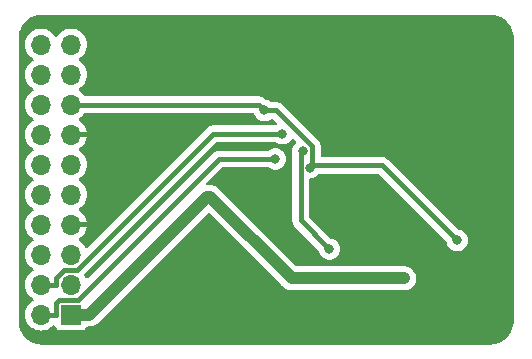
<source format=gbr>
G04 #@! TF.GenerationSoftware,KiCad,Pcbnew,8.0.0-rc2-192-gade987c101*
G04 #@! TF.CreationDate,2024-01-30T18:43:20+01:00*
G04 #@! TF.ProjectId,xDuinoRail-Breakout-RailcomDetect,78447569-6e6f-4526-9169-6c2d42726561,rev?*
G04 #@! TF.SameCoordinates,Original*
G04 #@! TF.FileFunction,Copper,L2,Bot*
G04 #@! TF.FilePolarity,Positive*
%FSLAX46Y46*%
G04 Gerber Fmt 4.6, Leading zero omitted, Abs format (unit mm)*
G04 Created by KiCad (PCBNEW 8.0.0-rc2-192-gade987c101) date 2024-01-30 18:43:20*
%MOMM*%
%LPD*%
G01*
G04 APERTURE LIST*
G04 #@! TA.AperFunction,ComponentPad*
%ADD10R,1.700000X1.700000*%
G04 #@! TD*
G04 #@! TA.AperFunction,ComponentPad*
%ADD11O,1.700000X1.700000*%
G04 #@! TD*
G04 #@! TA.AperFunction,ViaPad*
%ADD12C,0.800000*%
G04 #@! TD*
G04 #@! TA.AperFunction,Conductor*
%ADD13C,0.400000*%
G04 #@! TD*
G04 #@! TA.AperFunction,Conductor*
%ADD14C,1.000000*%
G04 #@! TD*
G04 APERTURE END LIST*
D10*
G04 #@! TO.P,J101,1,Pin_1*
G04 #@! TO.N,/TRACK_B0*
X140970000Y-113665000D03*
D11*
G04 #@! TO.P,J101,2,Pin_2*
G04 #@! TO.N,/RAILCOM1*
X138430000Y-113665000D03*
G04 #@! TO.P,J101,3,Pin_3*
G04 #@! TO.N,/TRACK_A0*
X140970000Y-111125000D03*
G04 #@! TO.P,J101,4,Pin_4*
G04 #@! TO.N,/RAILCOM0*
X138430000Y-111125000D03*
G04 #@! TO.P,J101,5,Pin_5*
G04 #@! TO.N,unconnected-(J101-Pin_5-Pad5)*
X140970000Y-108585000D03*
G04 #@! TO.P,J101,6,Pin_6*
G04 #@! TO.N,unconnected-(J101-Pin_6-Pad6)*
X138430000Y-108585000D03*
G04 #@! TO.P,J101,7,Pin_7*
G04 #@! TO.N,GND*
X140970000Y-106045000D03*
G04 #@! TO.P,J101,8,Pin_8*
G04 #@! TO.N,unconnected-(J101-Pin_8-Pad8)*
X138430000Y-106045000D03*
G04 #@! TO.P,J101,9,Pin_9*
G04 #@! TO.N,unconnected-(J101-Pin_9-Pad9)*
X140970000Y-103505000D03*
G04 #@! TO.P,J101,10,Pin_10*
G04 #@! TO.N,unconnected-(J101-Pin_10-Pad10)*
X138430000Y-103505000D03*
G04 #@! TO.P,J101,11,Pin_11*
G04 #@! TO.N,unconnected-(J101-Pin_11-Pad11)*
X140970000Y-100965000D03*
G04 #@! TO.P,J101,12,Pin_12*
G04 #@! TO.N,unconnected-(J101-Pin_12-Pad12)*
X138430000Y-100965000D03*
G04 #@! TO.P,J101,13,Pin_13*
G04 #@! TO.N,GND*
X140970000Y-98425000D03*
G04 #@! TO.P,J101,14,Pin_14*
G04 #@! TO.N,unconnected-(J101-Pin_14-Pad14)*
X138430000Y-98425000D03*
G04 #@! TO.P,J101,15,Pin_15*
G04 #@! TO.N,+3V3*
X140970000Y-95885000D03*
G04 #@! TO.P,J101,16,Pin_16*
G04 #@! TO.N,unconnected-(J101-Pin_16-Pad16)*
X138430000Y-95885000D03*
G04 #@! TO.P,J101,17,Pin_17*
G04 #@! TO.N,/DCC0*
X140970000Y-93345000D03*
G04 #@! TO.P,J101,18,Pin_18*
G04 #@! TO.N,unconnected-(J101-Pin_18-Pad18)*
X138430000Y-93345000D03*
G04 #@! TO.P,J101,19,Pin_19*
G04 #@! TO.N,/DCC1*
X140970000Y-90805000D03*
G04 #@! TO.P,J101,20,Pin_20*
G04 #@! TO.N,unconnected-(J101-Pin_20-Pad20)*
X138430000Y-90805000D03*
G04 #@! TD*
D12*
G04 #@! TO.N,/RAILCOM0*
X158858500Y-98355500D03*
G04 #@! TO.N,GND*
X157480000Y-93440300D03*
X175647800Y-114253200D03*
X174588900Y-105410000D03*
X168563900Y-97014200D03*
G04 #@! TO.N,/RAILCOM1*
X158273000Y-100495200D03*
G04 #@! TO.N,+3V3*
X173663800Y-107391900D03*
X161208500Y-101219600D03*
X157343600Y-96388100D03*
G04 #@! TO.N,/centrale-railcom-feedback/central_railcom-detector/RAILCOM_B0*
X162842000Y-108129300D03*
X160593900Y-99837400D03*
G04 #@! TO.N,/TRACK_B0*
X152746600Y-103709200D03*
X169176700Y-110597200D03*
G04 #@! TD*
D13*
G04 #@! TO.N,/RAILCOM0*
X139681700Y-110577300D02*
X140385700Y-109873300D01*
X138430000Y-111125000D02*
X139681700Y-111125000D01*
X140385700Y-109873300D02*
X141493000Y-109873300D01*
X139681700Y-111125000D02*
X139681700Y-110577300D01*
X153010800Y-98355500D02*
X158858500Y-98355500D01*
X141493000Y-109873300D02*
X153010800Y-98355500D01*
G04 #@! TO.N,/RAILCOM1*
X141534100Y-112413300D02*
X153452200Y-100495200D01*
X139681700Y-113665000D02*
X139681700Y-112648000D01*
X139916400Y-112413300D02*
X141534100Y-112413300D01*
X139681700Y-112648000D02*
X139916400Y-112413300D01*
X138430000Y-113665000D02*
X139681700Y-113665000D01*
X153452200Y-100495200D02*
X158273000Y-100495200D01*
G04 #@! TO.N,+3V3*
X161396700Y-99427800D02*
X161396700Y-101031400D01*
X140970000Y-95885000D02*
X156840500Y-95885000D01*
X157343600Y-96388100D02*
X158357000Y-96388100D01*
X158357000Y-96388100D02*
X161396700Y-99427800D01*
X167303300Y-101031400D02*
X161396700Y-101031400D01*
X156840500Y-95885000D02*
X157343600Y-96388100D01*
X161396700Y-101031400D02*
X161208500Y-101219600D01*
X173663800Y-107391900D02*
X167303300Y-101031400D01*
G04 #@! TO.N,/centrale-railcom-feedback/central_railcom-detector/RAILCOM_B0*
X160406800Y-105694100D02*
X162842000Y-108129300D01*
X160406800Y-100024500D02*
X160406800Y-105694100D01*
X160593900Y-99837400D02*
X160406800Y-100024500D01*
D14*
G04 #@! TO.N,/TRACK_B0*
X159634600Y-110597200D02*
X169176700Y-110597200D01*
X152477500Y-103709200D02*
X152746600Y-103709200D01*
X140970000Y-113665000D02*
X142521700Y-113665000D01*
X152746600Y-103709200D02*
X159634600Y-110597200D01*
X142521700Y-113665000D02*
X152477500Y-103709200D01*
G04 #@! TD*
G04 #@! TA.AperFunction,Conductor*
G04 #@! TO.N,GND*
G36*
X156437845Y-96605185D02*
G01*
X156483600Y-96657989D01*
X156488737Y-96671182D01*
X156516418Y-96756378D01*
X156516421Y-96756384D01*
X156611067Y-96920316D01*
X156730919Y-97053425D01*
X156737729Y-97060988D01*
X156890865Y-97172248D01*
X156890870Y-97172251D01*
X157063792Y-97249242D01*
X157063797Y-97249244D01*
X157248954Y-97288600D01*
X157248955Y-97288600D01*
X157438244Y-97288600D01*
X157438246Y-97288600D01*
X157623403Y-97249244D01*
X157796330Y-97172251D01*
X157820074Y-97155000D01*
X157878871Y-97112282D01*
X157944677Y-97088802D01*
X157951756Y-97088600D01*
X158015481Y-97088600D01*
X158082520Y-97108285D01*
X158103162Y-97124919D01*
X158386409Y-97408166D01*
X158419894Y-97469489D01*
X158414910Y-97539181D01*
X158373038Y-97595114D01*
X158371613Y-97596165D01*
X158323229Y-97631318D01*
X158257423Y-97654798D01*
X158250344Y-97655000D01*
X152941804Y-97655000D01*
X152806477Y-97681918D01*
X152806467Y-97681921D01*
X152678992Y-97734722D01*
X152564254Y-97811387D01*
X142372432Y-108003209D01*
X142311109Y-108036694D01*
X142241417Y-108031710D01*
X142185484Y-107989838D01*
X142172369Y-107967933D01*
X142144035Y-107907171D01*
X142144034Y-107907169D01*
X142008494Y-107713597D01*
X141841402Y-107546506D01*
X141841401Y-107546505D01*
X141655405Y-107416269D01*
X141611781Y-107361692D01*
X141604588Y-107292193D01*
X141636110Y-107229839D01*
X141655405Y-107213119D01*
X141841082Y-107083105D01*
X142008105Y-106916082D01*
X142143600Y-106722578D01*
X142243429Y-106508492D01*
X142243432Y-106508486D01*
X142300636Y-106295000D01*
X141403012Y-106295000D01*
X141435925Y-106237993D01*
X141470000Y-106110826D01*
X141470000Y-105979174D01*
X141435925Y-105852007D01*
X141403012Y-105795000D01*
X142300636Y-105795000D01*
X142300635Y-105794999D01*
X142243432Y-105581513D01*
X142243429Y-105581507D01*
X142143600Y-105367422D01*
X142143599Y-105367420D01*
X142008113Y-105173926D01*
X142008108Y-105173920D01*
X141841078Y-105006890D01*
X141655405Y-104876879D01*
X141611780Y-104822302D01*
X141604588Y-104752804D01*
X141636110Y-104690449D01*
X141655406Y-104673730D01*
X141655842Y-104673425D01*
X141841401Y-104543495D01*
X142008495Y-104376401D01*
X142144035Y-104182830D01*
X142243903Y-103968663D01*
X142305063Y-103740408D01*
X142325659Y-103505000D01*
X142305063Y-103269592D01*
X142243903Y-103041337D01*
X142144035Y-102827171D01*
X142138425Y-102819158D01*
X142008494Y-102633597D01*
X141841402Y-102466506D01*
X141841396Y-102466501D01*
X141655842Y-102336575D01*
X141612217Y-102281998D01*
X141605023Y-102212500D01*
X141636546Y-102150145D01*
X141655842Y-102133425D01*
X141841035Y-102003751D01*
X141841401Y-102003495D01*
X142008495Y-101836401D01*
X142144035Y-101642830D01*
X142243903Y-101428663D01*
X142305063Y-101200408D01*
X142325659Y-100965000D01*
X142305063Y-100729592D01*
X142243903Y-100501337D01*
X142144035Y-100287171D01*
X142138425Y-100279158D01*
X142008494Y-100093597D01*
X141841402Y-99926506D01*
X141841401Y-99926505D01*
X141655405Y-99796269D01*
X141611781Y-99741692D01*
X141604588Y-99672193D01*
X141636110Y-99609839D01*
X141655405Y-99593119D01*
X141841082Y-99463105D01*
X142008105Y-99296082D01*
X142143600Y-99102578D01*
X142243429Y-98888492D01*
X142243432Y-98888486D01*
X142300636Y-98675000D01*
X141403012Y-98675000D01*
X141435925Y-98617993D01*
X141470000Y-98490826D01*
X141470000Y-98359174D01*
X141435925Y-98232007D01*
X141403012Y-98175000D01*
X142300636Y-98175000D01*
X142300635Y-98174999D01*
X142243432Y-97961513D01*
X142243429Y-97961507D01*
X142143600Y-97747422D01*
X142143599Y-97747420D01*
X142008113Y-97553926D01*
X142008108Y-97553920D01*
X141841078Y-97386890D01*
X141655405Y-97256879D01*
X141611780Y-97202302D01*
X141604588Y-97132804D01*
X141636110Y-97070449D01*
X141655406Y-97053730D01*
X141655842Y-97053425D01*
X141841401Y-96923495D01*
X142008495Y-96756401D01*
X142091136Y-96638376D01*
X142145713Y-96594752D01*
X142192711Y-96585500D01*
X156370806Y-96585500D01*
X156437845Y-96605185D01*
G37*
G04 #@! TD.AperFunction*
G04 #@! TA.AperFunction,Conductor*
G36*
X176436121Y-88265020D02*
G01*
X176570109Y-88267409D01*
X176585528Y-88268650D01*
X176851897Y-88306948D01*
X176869184Y-88310708D01*
X177126313Y-88386209D01*
X177142887Y-88392391D01*
X177252159Y-88442293D01*
X177386659Y-88503717D01*
X177402173Y-88512188D01*
X177627628Y-88657080D01*
X177641787Y-88667679D01*
X177844317Y-88843172D01*
X177856827Y-88855682D01*
X178032320Y-89058212D01*
X178042921Y-89072374D01*
X178187808Y-89297821D01*
X178196284Y-89313345D01*
X178307608Y-89557112D01*
X178313791Y-89573688D01*
X178389290Y-89830814D01*
X178393051Y-89848102D01*
X178431348Y-90114463D01*
X178432590Y-90129898D01*
X178434980Y-90263877D01*
X178435000Y-90266089D01*
X178435000Y-114203910D01*
X178434980Y-114206122D01*
X178432590Y-114340101D01*
X178431348Y-114355536D01*
X178393051Y-114621897D01*
X178389290Y-114639185D01*
X178313791Y-114896311D01*
X178307608Y-114912887D01*
X178196284Y-115156654D01*
X178187805Y-115172183D01*
X178042922Y-115397624D01*
X178032320Y-115411787D01*
X177856827Y-115614317D01*
X177844317Y-115626827D01*
X177641787Y-115802320D01*
X177627624Y-115812922D01*
X177402183Y-115957805D01*
X177386654Y-115966284D01*
X177142887Y-116077608D01*
X177126311Y-116083791D01*
X176869185Y-116159290D01*
X176851897Y-116163051D01*
X176585536Y-116201348D01*
X176570101Y-116202590D01*
X176439818Y-116204914D01*
X176436120Y-116204980D01*
X176433910Y-116205000D01*
X138526090Y-116205000D01*
X138523879Y-116204980D01*
X138520015Y-116204911D01*
X138389898Y-116202590D01*
X138374463Y-116201348D01*
X138108102Y-116163051D01*
X138090814Y-116159290D01*
X137833688Y-116083791D01*
X137817112Y-116077608D01*
X137573345Y-115966284D01*
X137557821Y-115957808D01*
X137332374Y-115812921D01*
X137318212Y-115802320D01*
X137115682Y-115626827D01*
X137103172Y-115614317D01*
X136927679Y-115411787D01*
X136917077Y-115397624D01*
X136772188Y-115172173D01*
X136763715Y-115156654D01*
X136652391Y-114912887D01*
X136646208Y-114896311D01*
X136639229Y-114872544D01*
X136570708Y-114639184D01*
X136566948Y-114621897D01*
X136557052Y-114553068D01*
X136528650Y-114355528D01*
X136527409Y-114340109D01*
X136525020Y-114206121D01*
X136525000Y-114203910D01*
X136525000Y-113665000D01*
X137074341Y-113665000D01*
X137094936Y-113900403D01*
X137094938Y-113900413D01*
X137156094Y-114128655D01*
X137156096Y-114128659D01*
X137156097Y-114128663D01*
X137192217Y-114206122D01*
X137255965Y-114342830D01*
X137255967Y-114342834D01*
X137325502Y-114442139D01*
X137391505Y-114536401D01*
X137558599Y-114703495D01*
X137655384Y-114771265D01*
X137752165Y-114839032D01*
X137752167Y-114839033D01*
X137752170Y-114839035D01*
X137966337Y-114938903D01*
X138194592Y-115000063D01*
X138371034Y-115015500D01*
X138429999Y-115020659D01*
X138430000Y-115020659D01*
X138430001Y-115020659D01*
X138488966Y-115015500D01*
X138665408Y-115000063D01*
X138893663Y-114938903D01*
X139107830Y-114839035D01*
X139301401Y-114703495D01*
X139423329Y-114581566D01*
X139484648Y-114548084D01*
X139554340Y-114553068D01*
X139610274Y-114594939D01*
X139627189Y-114625917D01*
X139676202Y-114757328D01*
X139676206Y-114757335D01*
X139762452Y-114872544D01*
X139762455Y-114872547D01*
X139877664Y-114958793D01*
X139877671Y-114958797D01*
X140012517Y-115009091D01*
X140012516Y-115009091D01*
X140019444Y-115009835D01*
X140072127Y-115015500D01*
X141867872Y-115015499D01*
X141927483Y-115009091D01*
X142062331Y-114958796D01*
X142177546Y-114872546D01*
X142263796Y-114757331D01*
X142267960Y-114746165D01*
X142309829Y-114690234D01*
X142375293Y-114665816D01*
X142384141Y-114665500D01*
X142620242Y-114665500D01*
X142639570Y-114661655D01*
X142716888Y-114646275D01*
X142813536Y-114627051D01*
X142866865Y-114604961D01*
X142995614Y-114551632D01*
X143159482Y-114442139D01*
X143298839Y-114302782D01*
X143298839Y-114302780D01*
X143309047Y-114292573D01*
X143309048Y-114292570D01*
X152524372Y-105077247D01*
X152585691Y-105043765D01*
X152655383Y-105048749D01*
X152699730Y-105077250D01*
X158854335Y-111231855D01*
X158854364Y-111231886D01*
X158996814Y-111374336D01*
X158996818Y-111374339D01*
X159160679Y-111483828D01*
X159160692Y-111483835D01*
X159289433Y-111537161D01*
X159342759Y-111559249D01*
X159342764Y-111559251D01*
X159404555Y-111571542D01*
X159437431Y-111578081D01*
X159536056Y-111597700D01*
X159536059Y-111597700D01*
X169275243Y-111597700D01*
X169406750Y-111571541D01*
X169468535Y-111559251D01*
X169650614Y-111483832D01*
X169814482Y-111374339D01*
X169953839Y-111234982D01*
X170063332Y-111071114D01*
X170138751Y-110889035D01*
X170177200Y-110695741D01*
X170177200Y-110498659D01*
X170177200Y-110498656D01*
X170138752Y-110305370D01*
X170138751Y-110305369D01*
X170138751Y-110305365D01*
X170138749Y-110305360D01*
X170063335Y-110123292D01*
X170063328Y-110123279D01*
X169953839Y-109959418D01*
X169953836Y-109959414D01*
X169814485Y-109820063D01*
X169814481Y-109820060D01*
X169650620Y-109710571D01*
X169650607Y-109710564D01*
X169468539Y-109635150D01*
X169468529Y-109635147D01*
X169275243Y-109596700D01*
X169275241Y-109596700D01*
X160100382Y-109596700D01*
X160033343Y-109577015D01*
X160012701Y-109560381D01*
X153528079Y-103075759D01*
X153528059Y-103075737D01*
X153384385Y-102932063D01*
X153384381Y-102932060D01*
X153220520Y-102822571D01*
X153220511Y-102822566D01*
X153137283Y-102788092D01*
X153091765Y-102769238D01*
X153065100Y-102758193D01*
X153038437Y-102747149D01*
X153038433Y-102747148D01*
X152941469Y-102727861D01*
X152909359Y-102721474D01*
X152845143Y-102708700D01*
X152845141Y-102708700D01*
X152576040Y-102708700D01*
X152528718Y-102708700D01*
X152461679Y-102689015D01*
X152415924Y-102636211D01*
X152405980Y-102567053D01*
X152435005Y-102503497D01*
X152441037Y-102497019D01*
X153045569Y-101892488D01*
X153706038Y-101232019D01*
X153767361Y-101198534D01*
X153793719Y-101195700D01*
X157664844Y-101195700D01*
X157731883Y-101215385D01*
X157737729Y-101219382D01*
X157820265Y-101279348D01*
X157820270Y-101279351D01*
X157993192Y-101356342D01*
X157993197Y-101356344D01*
X158178354Y-101395700D01*
X158178355Y-101395700D01*
X158367644Y-101395700D01*
X158367646Y-101395700D01*
X158552803Y-101356344D01*
X158725730Y-101279351D01*
X158878871Y-101168088D01*
X159005533Y-101027416D01*
X159100179Y-100863484D01*
X159158674Y-100683456D01*
X159178460Y-100495200D01*
X159158674Y-100306944D01*
X159100179Y-100126916D01*
X159005533Y-99962984D01*
X158878871Y-99822312D01*
X158843026Y-99796269D01*
X158725734Y-99711051D01*
X158725729Y-99711048D01*
X158552807Y-99634057D01*
X158552802Y-99634055D01*
X158407001Y-99603065D01*
X158367646Y-99594700D01*
X158178354Y-99594700D01*
X158145897Y-99601598D01*
X157993197Y-99634055D01*
X157993192Y-99634057D01*
X157820270Y-99711048D01*
X157820265Y-99711051D01*
X157737729Y-99771018D01*
X157671923Y-99794498D01*
X157664844Y-99794700D01*
X153383204Y-99794700D01*
X153247877Y-99821618D01*
X153247867Y-99821621D01*
X153120392Y-99874422D01*
X153005654Y-99951087D01*
X142385502Y-110571239D01*
X142324179Y-110604724D01*
X142254487Y-110599740D01*
X142198554Y-110557868D01*
X142185439Y-110535962D01*
X142144037Y-110447175D01*
X142144033Y-110447167D01*
X142107242Y-110394625D01*
X142084914Y-110328419D01*
X142101924Y-110260652D01*
X142121131Y-110235824D01*
X153264638Y-99092319D01*
X153325961Y-99058834D01*
X153352319Y-99056000D01*
X158250344Y-99056000D01*
X158317383Y-99075685D01*
X158323229Y-99079682D01*
X158405765Y-99139648D01*
X158405770Y-99139651D01*
X158578692Y-99216642D01*
X158578697Y-99216644D01*
X158763854Y-99256000D01*
X158763855Y-99256000D01*
X158953144Y-99256000D01*
X158953146Y-99256000D01*
X159138303Y-99216644D01*
X159311230Y-99139651D01*
X159464371Y-99028388D01*
X159591033Y-98887716D01*
X159610863Y-98853368D01*
X159661429Y-98805154D01*
X159730036Y-98791930D01*
X159794901Y-98817898D01*
X159805931Y-98827688D01*
X159978131Y-98999888D01*
X160011616Y-99061211D01*
X160006632Y-99130903D01*
X159982600Y-99170541D01*
X159861366Y-99305185D01*
X159766721Y-99469115D01*
X159766718Y-99469122D01*
X159713128Y-99634056D01*
X159708226Y-99649144D01*
X159692949Y-99794498D01*
X159688440Y-99837400D01*
X159705621Y-100000869D01*
X159706300Y-100013830D01*
X159706300Y-105625106D01*
X159706300Y-105763094D01*
X159706300Y-105763096D01*
X159706299Y-105763096D01*
X159733218Y-105898422D01*
X159733221Y-105898432D01*
X159786022Y-106025907D01*
X159862687Y-106140645D01*
X159862688Y-106140646D01*
X161915495Y-108193452D01*
X161948980Y-108254775D01*
X161951134Y-108268169D01*
X161956325Y-108317549D01*
X161956327Y-108317560D01*
X162014818Y-108497577D01*
X162014821Y-108497584D01*
X162109467Y-108661516D01*
X162236129Y-108802188D01*
X162389265Y-108913448D01*
X162389270Y-108913451D01*
X162562192Y-108990442D01*
X162562197Y-108990444D01*
X162747354Y-109029800D01*
X162747355Y-109029800D01*
X162936644Y-109029800D01*
X162936646Y-109029800D01*
X163121803Y-108990444D01*
X163294730Y-108913451D01*
X163447871Y-108802188D01*
X163574533Y-108661516D01*
X163669179Y-108497584D01*
X163727674Y-108317556D01*
X163747460Y-108129300D01*
X163727674Y-107941044D01*
X163669179Y-107761016D01*
X163574533Y-107597084D01*
X163447871Y-107456412D01*
X163447870Y-107456411D01*
X163294734Y-107345151D01*
X163294729Y-107345148D01*
X163121807Y-107268157D01*
X163121802Y-107268155D01*
X162985490Y-107239182D01*
X162966872Y-107235224D01*
X162905391Y-107202033D01*
X162904973Y-107201616D01*
X161143619Y-105440262D01*
X161110134Y-105378939D01*
X161107300Y-105352581D01*
X161107300Y-102244100D01*
X161126985Y-102177061D01*
X161179789Y-102131306D01*
X161231300Y-102120100D01*
X161303144Y-102120100D01*
X161303146Y-102120100D01*
X161488303Y-102080744D01*
X161661230Y-102003751D01*
X161814371Y-101892488D01*
X161922024Y-101772928D01*
X161981511Y-101736279D01*
X162014174Y-101731900D01*
X166961781Y-101731900D01*
X167028820Y-101751585D01*
X167049462Y-101768219D01*
X172737295Y-107456051D01*
X172770780Y-107517374D01*
X172772934Y-107530768D01*
X172778125Y-107580149D01*
X172778127Y-107580160D01*
X172836618Y-107760177D01*
X172836621Y-107760184D01*
X172931267Y-107924116D01*
X173032633Y-108036694D01*
X173057929Y-108064788D01*
X173211065Y-108176048D01*
X173211070Y-108176051D01*
X173383992Y-108253042D01*
X173383997Y-108253044D01*
X173569154Y-108292400D01*
X173569155Y-108292400D01*
X173758444Y-108292400D01*
X173758446Y-108292400D01*
X173943603Y-108253044D01*
X174116530Y-108176051D01*
X174269671Y-108064788D01*
X174396333Y-107924116D01*
X174490979Y-107760184D01*
X174549474Y-107580156D01*
X174569260Y-107391900D01*
X174549474Y-107203644D01*
X174490979Y-107023616D01*
X174396333Y-106859684D01*
X174269671Y-106719012D01*
X174225309Y-106686781D01*
X174116534Y-106607751D01*
X174116529Y-106607748D01*
X173943607Y-106530757D01*
X173943602Y-106530755D01*
X173788671Y-106497824D01*
X173727189Y-106464632D01*
X173726771Y-106464215D01*
X167749846Y-100487288D01*
X167749845Y-100487287D01*
X167635107Y-100410622D01*
X167507632Y-100357821D01*
X167507622Y-100357818D01*
X167372296Y-100330900D01*
X167372294Y-100330900D01*
X167372293Y-100330900D01*
X162221200Y-100330900D01*
X162154161Y-100311215D01*
X162108406Y-100258411D01*
X162097200Y-100206900D01*
X162097200Y-99358806D01*
X162090276Y-99324001D01*
X162090276Y-99323998D01*
X162070281Y-99223479D01*
X162070280Y-99223472D01*
X162067451Y-99216642D01*
X162017477Y-99095992D01*
X161940812Y-98981254D01*
X158803545Y-95843987D01*
X158688807Y-95767322D01*
X158561332Y-95714521D01*
X158561322Y-95714518D01*
X158425996Y-95687600D01*
X158425994Y-95687600D01*
X158425993Y-95687600D01*
X157951756Y-95687600D01*
X157884717Y-95667915D01*
X157878871Y-95663918D01*
X157796334Y-95603951D01*
X157796329Y-95603948D01*
X157623407Y-95526957D01*
X157623402Y-95526955D01*
X157487090Y-95497982D01*
X157468472Y-95494024D01*
X157406991Y-95460833D01*
X157406781Y-95460624D01*
X157287043Y-95340886D01*
X157172311Y-95264225D01*
X157172312Y-95264225D01*
X157172307Y-95264222D01*
X157044832Y-95211421D01*
X157044822Y-95211418D01*
X156909496Y-95184500D01*
X156909494Y-95184500D01*
X156909493Y-95184500D01*
X142192711Y-95184500D01*
X142125672Y-95164815D01*
X142091136Y-95131623D01*
X142008494Y-95013597D01*
X141841402Y-94846506D01*
X141841396Y-94846501D01*
X141655842Y-94716575D01*
X141612217Y-94661998D01*
X141605023Y-94592500D01*
X141636546Y-94530145D01*
X141655842Y-94513425D01*
X141678026Y-94497891D01*
X141841401Y-94383495D01*
X142008495Y-94216401D01*
X142144035Y-94022830D01*
X142243903Y-93808663D01*
X142305063Y-93580408D01*
X142325659Y-93345000D01*
X142305063Y-93109592D01*
X142243903Y-92881337D01*
X142144035Y-92667171D01*
X142138425Y-92659158D01*
X142008494Y-92473597D01*
X141841402Y-92306506D01*
X141841396Y-92306501D01*
X141655842Y-92176575D01*
X141612217Y-92121998D01*
X141605023Y-92052500D01*
X141636546Y-91990145D01*
X141655842Y-91973425D01*
X141678026Y-91957891D01*
X141841401Y-91843495D01*
X142008495Y-91676401D01*
X142144035Y-91482830D01*
X142243903Y-91268663D01*
X142305063Y-91040408D01*
X142325659Y-90805000D01*
X142305063Y-90569592D01*
X142243903Y-90341337D01*
X142144035Y-90127171D01*
X142138425Y-90119158D01*
X142008494Y-89933597D01*
X141841402Y-89766506D01*
X141841395Y-89766501D01*
X141647834Y-89630967D01*
X141647830Y-89630965D01*
X141524984Y-89573681D01*
X141433663Y-89531097D01*
X141433659Y-89531096D01*
X141433655Y-89531094D01*
X141205413Y-89469938D01*
X141205403Y-89469936D01*
X140970001Y-89449341D01*
X140969999Y-89449341D01*
X140734596Y-89469936D01*
X140734586Y-89469938D01*
X140506344Y-89531094D01*
X140506335Y-89531098D01*
X140292171Y-89630964D01*
X140292169Y-89630965D01*
X140098597Y-89766505D01*
X139931505Y-89933597D01*
X139801575Y-90119158D01*
X139746998Y-90162783D01*
X139677500Y-90169977D01*
X139615145Y-90138454D01*
X139598425Y-90119158D01*
X139468494Y-89933597D01*
X139301402Y-89766506D01*
X139301395Y-89766501D01*
X139107834Y-89630967D01*
X139107830Y-89630965D01*
X138984984Y-89573681D01*
X138893663Y-89531097D01*
X138893659Y-89531096D01*
X138893655Y-89531094D01*
X138665413Y-89469938D01*
X138665403Y-89469936D01*
X138430001Y-89449341D01*
X138429999Y-89449341D01*
X138194596Y-89469936D01*
X138194586Y-89469938D01*
X137966344Y-89531094D01*
X137966335Y-89531098D01*
X137752171Y-89630964D01*
X137752169Y-89630965D01*
X137558597Y-89766505D01*
X137391505Y-89933597D01*
X137255965Y-90127169D01*
X137255964Y-90127171D01*
X137156098Y-90341335D01*
X137156094Y-90341344D01*
X137094938Y-90569586D01*
X137094936Y-90569596D01*
X137074341Y-90804999D01*
X137074341Y-90805000D01*
X137094936Y-91040403D01*
X137094938Y-91040413D01*
X137156094Y-91268655D01*
X137156096Y-91268659D01*
X137156097Y-91268663D01*
X137160000Y-91277032D01*
X137255965Y-91482830D01*
X137255967Y-91482834D01*
X137364281Y-91637521D01*
X137391501Y-91676396D01*
X137391506Y-91676402D01*
X137558597Y-91843493D01*
X137558603Y-91843498D01*
X137744158Y-91973425D01*
X137787783Y-92028002D01*
X137794977Y-92097500D01*
X137763454Y-92159855D01*
X137744158Y-92176575D01*
X137558597Y-92306505D01*
X137391505Y-92473597D01*
X137255965Y-92667169D01*
X137255964Y-92667171D01*
X137156098Y-92881335D01*
X137156094Y-92881344D01*
X137094938Y-93109586D01*
X137094936Y-93109596D01*
X137074341Y-93344999D01*
X137074341Y-93345000D01*
X137094936Y-93580403D01*
X137094938Y-93580413D01*
X137156094Y-93808655D01*
X137156096Y-93808659D01*
X137156097Y-93808663D01*
X137160000Y-93817032D01*
X137255965Y-94022830D01*
X137255967Y-94022834D01*
X137364281Y-94177521D01*
X137391501Y-94216396D01*
X137391506Y-94216402D01*
X137558597Y-94383493D01*
X137558603Y-94383498D01*
X137744158Y-94513425D01*
X137787783Y-94568002D01*
X137794977Y-94637500D01*
X137763454Y-94699855D01*
X137744158Y-94716575D01*
X137558597Y-94846505D01*
X137391505Y-95013597D01*
X137255965Y-95207169D01*
X137255964Y-95207171D01*
X137156098Y-95421335D01*
X137156094Y-95421344D01*
X137094938Y-95649586D01*
X137094936Y-95649596D01*
X137074341Y-95884999D01*
X137074341Y-95885000D01*
X137094936Y-96120403D01*
X137094938Y-96120413D01*
X137156094Y-96348655D01*
X137156096Y-96348659D01*
X137156097Y-96348663D01*
X137160000Y-96357032D01*
X137255965Y-96562830D01*
X137255967Y-96562834D01*
X137322596Y-96657989D01*
X137391501Y-96756396D01*
X137391506Y-96756402D01*
X137558597Y-96923493D01*
X137558603Y-96923498D01*
X137744158Y-97053425D01*
X137787783Y-97108002D01*
X137794977Y-97177500D01*
X137763454Y-97239855D01*
X137744158Y-97256575D01*
X137558597Y-97386505D01*
X137391505Y-97553597D01*
X137255965Y-97747169D01*
X137255964Y-97747171D01*
X137156098Y-97961335D01*
X137156094Y-97961344D01*
X137094938Y-98189586D01*
X137094936Y-98189596D01*
X137074341Y-98424999D01*
X137074341Y-98425000D01*
X137094936Y-98660403D01*
X137094938Y-98660413D01*
X137156094Y-98888655D01*
X137156096Y-98888659D01*
X137156097Y-98888663D01*
X137255847Y-99102578D01*
X137255965Y-99102830D01*
X137255967Y-99102834D01*
X137340444Y-99223479D01*
X137391501Y-99296396D01*
X137391506Y-99296402D01*
X137558597Y-99463493D01*
X137558603Y-99463498D01*
X137744158Y-99593425D01*
X137787783Y-99648002D01*
X137794977Y-99717500D01*
X137763454Y-99779855D01*
X137744158Y-99796575D01*
X137558597Y-99926505D01*
X137391505Y-100093597D01*
X137255965Y-100287169D01*
X137255964Y-100287171D01*
X137156098Y-100501335D01*
X137156094Y-100501344D01*
X137094938Y-100729586D01*
X137094936Y-100729596D01*
X137074341Y-100964999D01*
X137074341Y-100965000D01*
X137094936Y-101200403D01*
X137094938Y-101200413D01*
X137156094Y-101428655D01*
X137156096Y-101428659D01*
X137156097Y-101428663D01*
X137160000Y-101437032D01*
X137255965Y-101642830D01*
X137255967Y-101642834D01*
X137332116Y-101751585D01*
X137391501Y-101836396D01*
X137391506Y-101836402D01*
X137558597Y-102003493D01*
X137558603Y-102003498D01*
X137744158Y-102133425D01*
X137787783Y-102188002D01*
X137794977Y-102257500D01*
X137763454Y-102319855D01*
X137744158Y-102336575D01*
X137558597Y-102466505D01*
X137391505Y-102633597D01*
X137255965Y-102827169D01*
X137255964Y-102827171D01*
X137156098Y-103041335D01*
X137156094Y-103041344D01*
X137094938Y-103269586D01*
X137094936Y-103269596D01*
X137074341Y-103504999D01*
X137074341Y-103505000D01*
X137094936Y-103740403D01*
X137094938Y-103740413D01*
X137156094Y-103968655D01*
X137156096Y-103968659D01*
X137156097Y-103968663D01*
X137160000Y-103977032D01*
X137255965Y-104182830D01*
X137255967Y-104182834D01*
X137364281Y-104337521D01*
X137391501Y-104376396D01*
X137391506Y-104376402D01*
X137558597Y-104543493D01*
X137558603Y-104543498D01*
X137744158Y-104673425D01*
X137787783Y-104728002D01*
X137794977Y-104797500D01*
X137763454Y-104859855D01*
X137744158Y-104876575D01*
X137558597Y-105006505D01*
X137391505Y-105173597D01*
X137255965Y-105367169D01*
X137255964Y-105367171D01*
X137156098Y-105581335D01*
X137156094Y-105581344D01*
X137094938Y-105809586D01*
X137094936Y-105809596D01*
X137074341Y-106044999D01*
X137074341Y-106045000D01*
X137094936Y-106280403D01*
X137094938Y-106280413D01*
X137156094Y-106508655D01*
X137156096Y-106508659D01*
X137156097Y-106508663D01*
X137239155Y-106686781D01*
X137255965Y-106722830D01*
X137255966Y-106722832D01*
X137346166Y-106851650D01*
X137391501Y-106916396D01*
X137391506Y-106916402D01*
X137558597Y-107083493D01*
X137558603Y-107083498D01*
X137744158Y-107213425D01*
X137787783Y-107268002D01*
X137794977Y-107337500D01*
X137763454Y-107399855D01*
X137744158Y-107416575D01*
X137558597Y-107546505D01*
X137391505Y-107713597D01*
X137255965Y-107907169D01*
X137255964Y-107907171D01*
X137156098Y-108121335D01*
X137156094Y-108121344D01*
X137094938Y-108349586D01*
X137094936Y-108349596D01*
X137074341Y-108584999D01*
X137074341Y-108585000D01*
X137094936Y-108820403D01*
X137094938Y-108820413D01*
X137156094Y-109048655D01*
X137156096Y-109048659D01*
X137156097Y-109048663D01*
X137160000Y-109057032D01*
X137255965Y-109262830D01*
X137255967Y-109262834D01*
X137391501Y-109456395D01*
X137391506Y-109456402D01*
X137558597Y-109623493D01*
X137558603Y-109623498D01*
X137744158Y-109753425D01*
X137787783Y-109808002D01*
X137794977Y-109877500D01*
X137763454Y-109939855D01*
X137744158Y-109956575D01*
X137558597Y-110086505D01*
X137391505Y-110253597D01*
X137255965Y-110447169D01*
X137255964Y-110447171D01*
X137156098Y-110661335D01*
X137156094Y-110661344D01*
X137094938Y-110889586D01*
X137094936Y-110889596D01*
X137074341Y-111124999D01*
X137074341Y-111125000D01*
X137094936Y-111360403D01*
X137094938Y-111360413D01*
X137156094Y-111588655D01*
X137156096Y-111588659D01*
X137156097Y-111588663D01*
X137255965Y-111802830D01*
X137255967Y-111802834D01*
X137391501Y-111996395D01*
X137391506Y-111996402D01*
X137558597Y-112163493D01*
X137558603Y-112163498D01*
X137744158Y-112293425D01*
X137787783Y-112348002D01*
X137794977Y-112417500D01*
X137763454Y-112479855D01*
X137744158Y-112496575D01*
X137558597Y-112626505D01*
X137391505Y-112793597D01*
X137255965Y-112987169D01*
X137255964Y-112987171D01*
X137156098Y-113201335D01*
X137156094Y-113201344D01*
X137094938Y-113429586D01*
X137094936Y-113429596D01*
X137074341Y-113664999D01*
X137074341Y-113665000D01*
X136525000Y-113665000D01*
X136525000Y-90266089D01*
X136525020Y-90263878D01*
X136525020Y-90263877D01*
X136527409Y-90129889D01*
X136528650Y-90114472D01*
X136566948Y-89848099D01*
X136570709Y-89830814D01*
X136589593Y-89766501D01*
X136646210Y-89573681D01*
X136652391Y-89557112D01*
X136692203Y-89469936D01*
X136763720Y-89313334D01*
X136772185Y-89297832D01*
X136917084Y-89072364D01*
X136927670Y-89058222D01*
X137103177Y-88855676D01*
X137115676Y-88843177D01*
X137318222Y-88667670D01*
X137332364Y-88657084D01*
X137557832Y-88512185D01*
X137573334Y-88503720D01*
X137817112Y-88392390D01*
X137833681Y-88386210D01*
X138090818Y-88310707D01*
X138108099Y-88306948D01*
X138374472Y-88268650D01*
X138389889Y-88267409D01*
X138523879Y-88265020D01*
X138526090Y-88265000D01*
X176433910Y-88265000D01*
X176436121Y-88265020D01*
G37*
G04 #@! TD.AperFunction*
G04 #@! TD*
M02*

</source>
